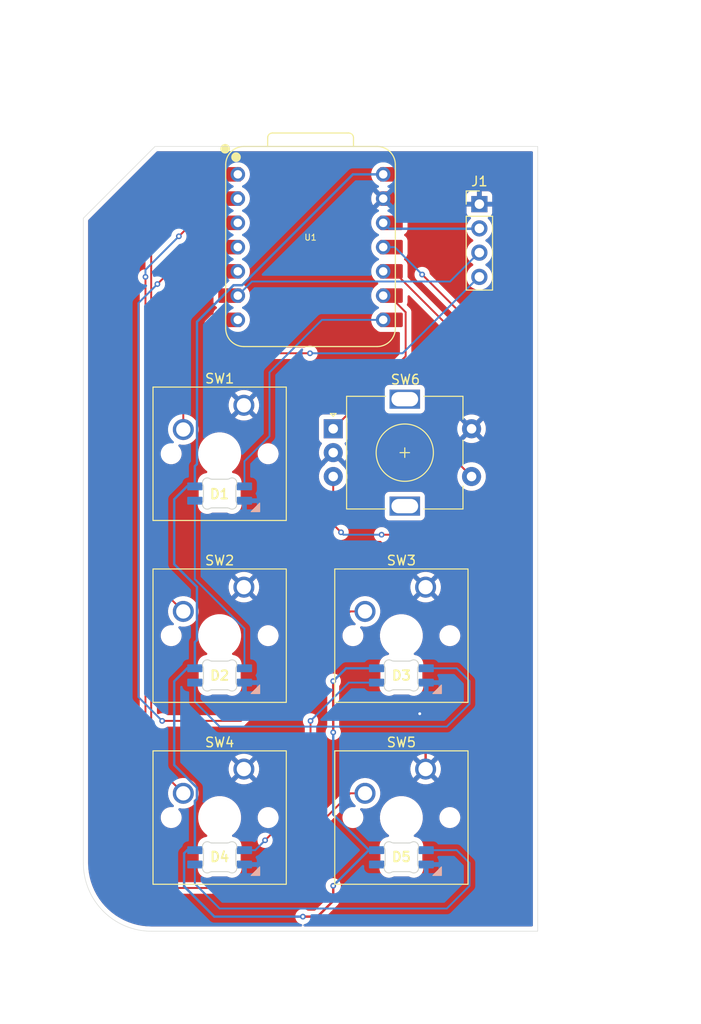
<source format=kicad_pcb>
(kicad_pcb (version 20241229) (generator "pcbnew") (generator_version "9.0")
  (layers (0 "F.Cu" signal) (2 "B.Cu" signal) (13 "F.Paste" user) (15 "B.Paste" user) (5 "F.SilkS" user "F.Silkscreen") (7 "B.SilkS" user "B.Silkscreen") (1 "F.Mask" user) (3 "B.Mask" user) (25 "Edge.Cuts" user))
  (net 0 "")
  (net 1 "GND")
  (net 2 "+5V")
  (net 3 "Net-(D1-DIN)")
  (net 4 "Net-(D1-DOUT)")
  (net 5 "Net-(D2-DOUT)")
  (net 6 "Net-(D3-DOUT)")
  (net 7 "Net-(D4-DOUT)")
  (net 9 "Net-(U1-GPIO26{slash}ADC0{slash}A0)")
  (net 10 "Net-(U1-GPIO27{slash}ADC1{slash}A1)")
  (net 11 "Net-(U1-GPIO28{slash}ADC2{slash}A2)")
  (net 12 "Net-(U1-GPIO6{slash}SDA)")
  (net 13 "Net-(U1-GPIO29{slash}ADC3{slash}A3)")
  (net 14 "Net-(U1-GPIO4{slash}MISO)")
  (net 15 "Net-(U1-GPIO2{slash}SCK)")
  (net 16 "Net-(U1-GPIO3{slash}MOSI)")
  (net 17 "SCL")
  (net 18 "SDA")
  (net 19 "+3V3")
  (footprint "led:SK6812MINI-E_fixed" (layer "F.Cu") (at 138.1125 147.1422)
    (property "Reference" "D4" (at 0.000002 -0.1422 0) (layer "F.SilkS") (effects (font (thickness 0.2) (bold yes))))
    (property "Value" "SK6812MINI-E")
    (fp_poly (pts (xy 4.200001 0.897158) (xy 3.300001 1.797158) (xy 4.200001 1.797158)) (stroke (width 0.1)) (fill yes) (layer "B.SilkS"))
    (fp_line (start -1.699998 0.6) (end -1.699998 -0.805684) (stroke (width 0.1)) (layer "Edge.Cuts"))
    (fp_line (start -0.794451 -1.602841) (end 0.794454 -1.602841) (stroke (width 0.1)) (layer "Edge.Cuts"))
    (fp_line (start 0.794453 1.397158) (end -0.794451 1.397158) (stroke (width 0.1)) (layer "Edge.Cuts"))
    (fp_line (start 1.7 -0.805684) (end 1.7 0.6) (stroke (width 0.1)) (layer "Edge.Cuts"))
    (fp_arc (start -1.749483 -1.022562) (mid -1.712526 -0.91691) (end -1.699998 -0.805684) (stroke (width 0.1)) (layer "Edge.Cuts"))
    (fp_arc (start -1.749483 -1.022562) (mid -1.63807 -1.606877) (end -1.04671 -1.671141) (stroke (width 0.1)) (layer "Edge.Cuts"))
    (fp_arc (start -1.699998 0.600001) (mid -1.712526 0.711226) (end -1.749483 0.816878) (stroke (width 0.1)) (layer "Edge.Cuts"))
    (fp_arc (start -1.04671 1.465455) (mid -1.638069 1.401192) (end -1.749483 0.816878) (stroke (width 0.1)) (layer "Edge.Cuts"))
    (fp_arc (start -1.046709 1.465457) (mid -0.925121 1.414535) (end -0.794451 1.397158) (stroke (width 0.1)) (layer "Edge.Cuts"))
    (fp_arc (start -0.794452 -1.602842) (mid -0.925122 -1.620219) (end -1.04671 -1.671141) (stroke (width 0.1)) (layer "Edge.Cuts"))
    (fp_arc (start 0.794453 1.397158) (mid 0.925124 1.414535) (end 1.046712 1.465457) (stroke (width 0.1)) (layer "Edge.Cuts"))
    (fp_arc (start 1.046712 -1.67114) (mid 0.925124 -1.620218) (end 0.794454 -1.602841) (stroke (width 0.1)) (layer "Edge.Cuts"))
    (fp_arc (start 1.046712 -1.67114) (mid 1.638072 -1.606876) (end 1.749485 -1.022562) (stroke (width 0.1)) (layer "Edge.Cuts"))
    (fp_arc (start 1.7 -0.805685) (mid 1.712528 -0.91691) (end 1.749485 -1.022562) (stroke (width 0.1)) (layer "Edge.Cuts"))
    (fp_arc (start 1.749485 0.816877) (mid 1.638073 1.401193) (end 1.046712 1.465457) (stroke (width 0.1)) (layer "Edge.Cuts"))
    (fp_arc (start 1.749485 0.816878) (mid 1.712528 0.711226) (end 1.7 0.6) (stroke (width 0.1)) (layer "Edge.Cuts"))
    (pad "1" smd roundrect (at -2.599999 -0.852842 270) (size 0.82 1.6) (layers "B.Cu" "B.Mask" "B.Paste") (roundrect_rratio 0.1) (net 2 "+5V"))
    (pad "2" smd roundrect (at -2.599999 0.647158 270) (size 0.82 1.6) (layers "B.Cu" "B.Mask" "B.Paste") (roundrect_rratio 0.1) (net 7 "Net-(D4-DOUT)"))
    (pad "3" smd roundrect (at 2.600001 0.647158 270) (size 0.82 1.6) (layers "B.Cu" "B.Mask" "B.Paste") (roundrect_rratio 0.1) (net 1 "GND"))
    (pad "4" smd roundrect (at 2.600001 -0.852842 270) (size 0.82 1.6) (layers "B.Cu" "B.Mask" "B.Paste") (roundrect_rratio 0.1) (net 6 "Net-(D3-DOUT)"))
  )
  (footprint "Button_Switch_Keyboard:SW_Cherry_MX_1.00u_PCB" (layer "F.Cu") (at 159.7025 137.795)
    (property "Reference" "SW5" (at -2.54 -2.794 0) (layer "F.SilkS"))
    (property "Value" "SW_Push")
    (fp_line (start -9.525 -1.905) (end 4.445 -1.905) (stroke (width 0.12)) (layer "F.SilkS"))
    (fp_line (start -9.525 12.065) (end -9.525 -1.905) (stroke (width 0.12)) (layer "F.SilkS"))
    (fp_line (start 4.445 -1.905) (end 4.445 12.065) (stroke (width 0.12)) (layer "F.SilkS"))
    (fp_line (start 4.445 12.065) (end -9.525 12.065) (stroke (width 0.12)) (layer "F.SilkS"))
    (pad "" np_thru_hole circle (at -7.62 5.08) (size 1.7 1.7) (drill 1.7) (layers "*.Cu" "*.Mask"))
    (pad "" np_thru_hole circle (at -2.54 5.08) (size 4 4) (drill 4) (layers "*.Cu" "*.Mask"))
    (pad "" np_thru_hole circle (at 2.54 5.08) (size 1.7 1.7) (drill 1.7) (layers "*.Cu" "*.Mask"))
    (pad "1" thru_hole circle (at 0 0) (size 2.2 2.2) (drill 1.5) (layers "*.Cu" "*.Mask") (net 1 "GND"))
    (pad "2" thru_hole circle (at -6.35 2.54) (size 2.2 2.2) (drill 1.5) (layers "*.Cu" "*.Mask") (net 10 "Net-(U1-GPIO27{slash}ADC1{slash}A1)"))
  )
  (footprint "Connector_PinHeader_2.54mm:PinHeader_1x04_P2.54mm_Vertical" (layer "F.Cu") (at 165.3375 78.63)
    (property "Reference" "J1" (at 0 -2.38 0) (layer "F.SilkS"))
    (property "Value" "Conn_01x04_Pin")
    (fp_line (start -1.38 -1.38) (end 0 -1.38) (stroke (width 0.12)) (layer "F.SilkS"))
    (fp_line (start -1.38 0) (end -1.38 -1.38) (stroke (width 0.12)) (layer "F.SilkS"))
    (fp_line (start -1.38 1.27) (end -1.38 9) (stroke (width 0.12)) (layer "F.SilkS"))
    (fp_line (start -1.38 1.27) (end 1.38 1.27) (stroke (width 0.12)) (layer "F.SilkS"))
    (fp_line (start -1.38 9) (end 1.38 9) (stroke (width 0.12)) (layer "F.SilkS"))
    (fp_line (start 1.38 1.27) (end 1.38 9) (stroke (width 0.12)) (layer "F.SilkS"))
    (pad "1" thru_hole rect (at 0 0) (size 1.7 1.7) (drill 1) (layers "*.Cu" "*.Mask") (net 1 "GND"))
    (pad "2" thru_hole circle (at 0 2.54) (size 1.7 1.7) (drill 1) (layers "*.Cu" "*.Mask") (net 19 "+3V3"))
    (pad "3" thru_hole circle (at 0 5.08) (size 1.7 1.7) (drill 1) (layers "*.Cu" "*.Mask") (net 17 "SCL"))
    (pad "4" thru_hole circle (at 0 7.62) (size 1.7 1.7) (drill 1) (layers "*.Cu" "*.Mask") (net 18 "SDA"))
  )
  (footprint "Button_Switch_Keyboard:SW_Cherry_MX_1.00u_PCB" (layer "F.Cu") (at 159.7025 118.745)
    (property "Reference" "SW3" (at -2.54 -2.794 0) (layer "F.SilkS"))
    (property "Value" "SW_Push")
    (fp_line (start -9.525 -1.905) (end 4.445 -1.905) (stroke (width 0.12)) (layer "F.SilkS"))
    (fp_line (start -9.525 12.065) (end -9.525 -1.905) (stroke (width 0.12)) (layer "F.SilkS"))
    (fp_line (start 4.445 -1.905) (end 4.445 12.065) (stroke (width 0.12)) (layer "F.SilkS"))
    (fp_line (start 4.445 12.065) (end -9.525 12.065) (stroke (width 0.12)) (layer "F.SilkS"))
    (pad "" np_thru_hole circle (at -7.62 5.08) (size 1.7 1.7) (drill 1.7) (layers "*.Cu" "*.Mask"))
    (pad "" np_thru_hole circle (at -2.54 5.08) (size 4 4) (drill 4) (layers "*.Cu" "*.Mask"))
    (pad "" np_thru_hole circle (at 2.54 5.08) (size 1.7 1.7) (drill 1.7) (layers "*.Cu" "*.Mask"))
    (pad "1" thru_hole circle (at 0 0) (size 2.2 2.2) (drill 1.5) (layers "*.Cu" "*.Mask") (net 1 "GND"))
    (pad "2" thru_hole circle (at -6.35 2.54) (size 2.2 2.2) (drill 1.5) (layers "*.Cu" "*.Mask") (net 11 "Net-(U1-GPIO28{slash}ADC2{slash}A2)"))
  )
  (footprint "led:SK6812MINI-E_fixed" (layer "F.Cu") (at 157.1625 147.1422)
    (property "Reference" "D5" (at 0.000002 -0.1422 0) (layer "F.SilkS") (effects (font (thickness 0.2) (bold yes))))
    (property "Value" "SK6812MINI-E")
    (fp_poly (pts (xy 4.200001 0.897158) (xy 3.300001 1.797158) (xy 4.200001 1.797158)) (stroke (width 0.1)) (fill yes) (layer "B.SilkS"))
    (fp_line (start -1.699998 0.6) (end -1.699998 -0.805684) (stroke (width 0.1)) (layer "Edge.Cuts"))
    (fp_line (start -0.794451 -1.602841) (end 0.794454 -1.602841) (stroke (width 0.1)) (layer "Edge.Cuts"))
    (fp_line (start 0.794453 1.397158) (end -0.794451 1.397158) (stroke (width 0.1)) (layer "Edge.Cuts"))
    (fp_line (start 1.7 -0.805684) (end 1.7 0.6) (stroke (width 0.1)) (layer "Edge.Cuts"))
    (fp_arc (start -1.749483 -1.022562) (mid -1.712526 -0.91691) (end -1.699998 -0.805684) (stroke (width 0.1)) (layer "Edge.Cuts"))
    (fp_arc (start -1.749483 -1.022562) (mid -1.63807 -1.606877) (end -1.04671 -1.671141) (stroke (width 0.1)) (layer "Edge.Cuts"))
    (fp_arc (start -1.699998 0.600001) (mid -1.712526 0.711226) (end -1.749483 0.816878) (stroke (width 0.1)) (layer "Edge.Cuts"))
    (fp_arc (start -1.04671 1.465455) (mid -1.638069 1.401192) (end -1.749483 0.816878) (stroke (width 0.1)) (layer "Edge.Cuts"))
    (fp_arc (start -1.046709 1.465457) (mid -0.925121 1.414535) (end -0.794451 1.397158) (stroke (width 0.1)) (layer "Edge.Cuts"))
    (fp_arc (start -0.794452 -1.602842) (mid -0.925122 -1.620219) (end -1.04671 -1.671141) (stroke (width 0.1)) (layer "Edge.Cuts"))
    (fp_arc (start 0.794453 1.397158) (mid 0.925124 1.414535) (end 1.046712 1.465457) (stroke (width 0.1)) (layer "Edge.Cuts"))
    (fp_arc (start 1.046712 -1.67114) (mid 0.925124 -1.620218) (end 0.794454 -1.602841) (stroke (width 0.1)) (layer "Edge.Cuts"))
    (fp_arc (start 1.046712 -1.67114) (mid 1.638072 -1.606876) (end 1.749485 -1.022562) (stroke (width 0.1)) (layer "Edge.Cuts"))
    (fp_arc (start 1.7 -0.805685) (mid 1.712528 -0.91691) (end 1.749485 -1.022562) (stroke (width 0.1)) (layer "Edge.Cuts"))
    (fp_arc (start 1.749485 0.816877) (mid 1.638073 1.401193) (end 1.046712 1.465457) (stroke (width 0.1)) (layer "Edge.Cuts"))
    (fp_arc (start 1.749485 0.816878) (mid 1.712528 0.711226) (end 1.7 0.6) (stroke (width 0.1)) (layer "Edge.Cuts"))
    (pad "1" smd roundrect (at -2.599999 -0.852842 270) (size 0.82 1.6) (layers "B.Cu" "B.Mask" "B.Paste") (roundrect_rratio 0.1) (net 2 "+5V"))
    (pad "2" smd roundrect (at -2.599999 0.647158 270) (size 0.82 1.6) (layers "B.Cu" "B.Mask" "B.Paste") (roundrect_rratio 0.1))
    (pad "3" smd roundrect (at 2.600001 0.647158 270) (size 0.82 1.6) (layers "B.Cu" "B.Mask" "B.Paste") (roundrect_rratio 0.1) (net 1 "GND"))
    (pad "4" smd roundrect (at 2.600001 -0.852842 270) (size 0.82 1.6) (layers "B.Cu" "B.Mask" "B.Paste") (roundrect_rratio 0.1) (net 7 "Net-(D4-DOUT)"))
  )
  (footprint "opl:XIAO-RP2040-DIP" (layer "F.Cu") (at 147.6375 83.13)
    (property "Reference" "U1" (at 0 -1.016 0) (layer "F.SilkS") (effects (font (size 0.635 0.635) (thickness 0.1016))))
    (property "Value" "XIAO-RP2040-DIP")
    (fp_line (start -8.89 8.509) (end -8.89 -8.636) (stroke (width 0.127)) (layer "F.SilkS"))
    (fp_line (start -6.985 10.414) (end 6.985 10.414) (stroke (width 0.127)) (layer "F.SilkS"))
    (fp_line (start -4.495 -10.541) (end -4.491272 -11.451272) (stroke (width 0.127)) (layer "F.SilkS"))
    (fp_line (start -3.991272 -11.951) (end 4.004 -11.951) (stroke (width 0.127)) (layer "F.SilkS"))
    (fp_line (start 4.504 -11.451) (end 4.504 -10.541) (stroke (width 0.127)) (layer "F.SilkS"))
    (fp_line (start 6.985 -10.541) (end -6.985 -10.541) (stroke (width 0.1)) (layer "F.SilkS"))
    (fp_line (start 6.985 -10.541) (end -6.985 -10.541) (stroke (width 0.127)) (layer "F.SilkS"))
    (fp_line (start 8.89 8.509) (end 8.89 -8.636) (stroke (width 0.127)) (layer "F.SilkS"))
    (fp_arc (start -8.89 -8.636) (mid -8.332038 -9.983038) (end -6.985 -10.541) (stroke (width 0.127)) (layer "F.SilkS"))
    (fp_arc (start -6.985 10.414) (mid -8.332038 9.856038) (end -8.89 8.509) (stroke (width 0.127)) (layer "F.SilkS"))
    (fp_arc (start -4.491272 -11.451272) (mid -4.344728 -11.80464) (end -3.991272 -11.951) (stroke (width 0.127)) (layer "F.SilkS"))
    (fp_arc (start 4.004 -11.951) (mid 4.357553 -11.804553) (end 4.504 -11.451) (stroke (width 0.127)) (layer "F.SilkS"))
    (fp_arc (start 6.985 -10.541) (mid 8.332038 -9.983038) (end 8.89 -8.636) (stroke (width 0.127)) (layer "F.SilkS"))
    (fp_arc (start 8.89 8.509) (mid 8.332038 9.856038) (end 6.985 10.414) (stroke (width 0.127)) (layer "F.SilkS"))
    (fp_circle (center -8.95 -10.3) (end -8.95 -10.554) (stroke (width 0.5)) (fill yes) (layer "F.SilkS"))
    (fp_circle (center -7.807 -9.42) (end -7.807 -9.674) (stroke (width 0.5)) (fill yes) (layer "F.SilkS"))
    (pad "1" smd roundrect (at -8.455 -7.62 180) (size 2.432 1.524) (layers "F.Cu" "F.Mask") (roundrect_rratio 0.1) (net 9 "Net-(U1-GPIO26{slash}ADC0{slash}A0)"))
    (pad "1" thru_hole circle (at -7.62 -7.62 180) (size 1.524 1.524) (drill 0.889) (layers "*.Cu" "*.Mask") (net 9 "Net-(U1-GPIO26{slash}ADC0{slash}A0)"))
    (pad "2" smd roundrect (at -8.455 -5.08 180) (size 2.432 1.524) (layers "F.Cu" "F.Mask") (roundrect_rratio 0.1) (net 10 "Net-(U1-GPIO27{slash}ADC1{slash}A1)"))
    (pad "2" thru_hole circle (at -7.62 -5.08 180) (size 1.524 1.524) (drill 0.889) (layers "*.Cu" "*.Mask") (net 10 "Net-(U1-GPIO27{slash}ADC1{slash}A1)"))
    (pad "3" smd roundrect (at -8.455 -2.54 180) (size 2.432 1.524) (layers "F.Cu" "F.Mask") (roundrect_rratio 0.1) (net 11 "Net-(U1-GPIO28{slash}ADC2{slash}A2)"))
    (pad "3" thru_hole circle (at -7.62 -2.54 180) (size 1.524 1.524) (drill 0.889) (layers "*.Cu" "*.Mask") (net 11 "Net-(U1-GPIO28{slash}ADC2{slash}A2)"))
    (pad "4" smd roundrect (at -8.455 0 180) (size 2.432 1.524) (layers "F.Cu" "F.Mask") (roundrect_rratio 0.1) (net 13 "Net-(U1-GPIO29{slash}ADC3{slash}A3)"))
    (pad "4" thru_hole circle (at -7.62 0 180) (size 1.524 1.524) (drill 0.889) (layers "*.Cu" "*.Mask") (net 13 "Net-(U1-GPIO29{slash}ADC3{slash}A3)"))
    (pad "5" smd roundrect (at -8.455 2.54 180) (size 2.432 1.524) (layers "F.Cu" "F.Mask") (roundrect_rratio 0.1) (net 12 "Net-(U1-GPIO6{slash}SDA)"))
    (pad "5" thru_hole circle (at -7.62 2.54 180) (size 1.524 1.524) (drill 0.889) (layers "*.Cu" "*.Mask") (net 12 "Net-(U1-GPIO6{slash}SDA)"))
    (pad "6" smd roundrect (at -8.455 5.08 180) (size 2.432 1.524) (layers "F.Cu" "F.Mask") (roundrect_rratio 0.1) (net 17 "SCL"))
    (pad "6" thru_hole circle (at -7.62 5.08 180) (size 1.524 1.524) (drill 0.889) (layers "*.Cu" "*.Mask") (net 17 "SCL"))
    (pad "7" smd roundrect (at -8.455 7.62 180) (size 2.432 1.524) (layers "F.Cu" "F.Mask") (roundrect_rratio 0.1) (net 18 "SDA"))
    (pad "7" thru_hole circle (at -7.62 7.62 180) (size 1.524 1.524) (drill 0.889) (layers "*.Cu" "*.Mask") (net 18 "SDA"))
    (pad "8" thru_hole circle (at 7.62 7.62) (size 1.524 1.524) (drill 0.889) (layers "*.Cu" "*.Mask") (net 3 "Net-(D1-DIN)"))
    (pad "8" smd roundrect (at 8.455 7.62) (size 2.432 1.524) (layers "F.Cu" "F.Mask") (roundrect_rratio 0.1) (net 3 "Net-(D1-DIN)"))
    (pad "9" thru_hole circle (at 7.62 5.08) (size 1.524 1.524) (drill 0.889) (layers "*.Cu" "*.Mask") (net 15 "Net-(U1-GPIO2{slash}SCK)"))
    (pad "9" smd roundrect (at 8.455 5.08) (size 2.432 1.524) (layers "F.Cu" "F.Mask") (roundrect_rratio 0.1) (net 15 "Net-(U1-GPIO2{slash}SCK)"))
    (pad "10" thru_hole circle (at 7.62 2.54) (size 1.524 1.524) (drill 0.889) (layers "*.Cu" "*.Mask") (net 14 "Net-(U1-GPIO4{slash}MISO)"))
    (pad "10" smd roundrect (at 8.455 2.54) (size 2.432 1.524) (layers "F.Cu" "F.Mask") (roundrect_rratio 0.1) (net 14 "Net-(U1-GPIO4{slash}MISO)"))
    (pad "11" thru_hole circle (at 7.62 0) (size 1.524 1.524) (drill 0.889) (layers "*.Cu" "*.Mask") (net 16 "Net-(U1-GPIO3{slash}MOSI)"))
    (pad "11" smd roundrect (at 8.455 0) (size 2.432 1.524) (layers "F.Cu" "F.Mask") (roundrect_rratio 0.1) (net 16 "Net-(U1-GPIO3{slash}MOSI)"))
    (pad "12" thru_hole circle (at 7.62 -2.54) (size 1.524 1.524) (drill 0.889) (layers "*.Cu" "*.Mask") (net 19 "+3V3"))
    (pad "12" smd roundrect (at 8.455 -2.54) (size 2.432 1.524) (layers "F.Cu" "F.Mask") (roundrect_rratio 0.1) (net 19 "+3V3"))
    (pad "13" thru_hole circle (at 7.62 -5.08) (size 1.524 1.524) (drill 0.889) (layers "*.Cu" "*.Mask") (net 1 "GND"))
    (pad "13" smd roundrect (at 8.455 -5.08) (size 2.432 1.524) (layers "F.Cu" "F.Mask") (roundrect_rratio 0.1) (net 1 "GND"))
    (pad "14" thru_hole circle (at 7.62 -7.62) (size 1.524 1.524) (drill 0.889) (layers "*.Cu" "*.Mask") (net 2 "+5V"))
    (pad "14" smd roundrect (at 8.455 -7.62) (size 2.432 1.524) (layers "F.Cu" "F.Mask") (roundrect_rratio 0.1) (net 2 "+5V"))
  )
  (footprint "Button_Switch_Keyboard:SW_Cherry_MX_1.00u_PCB" (layer "F.Cu") (at 140.6525 118.745)
    (property "Reference" "SW2" (at -2.54 -2.794 0) (layer "F.SilkS"))
    (property "Value" "SW_Push")
    (fp_line (start -9.525 -1.905) (end 4.445 -1.905) (stroke (width 0.12)) (layer "F.SilkS"))
    (fp_line (start -9.525 12.065) (end -9.525 -1.905) (stroke (width 0.12)) (layer "F.SilkS"))
    (fp_line (start 4.445 -1.905) (end 4.445 12.065) (stroke (width 0.12)) (layer "F.SilkS"))
    (fp_line (start 4.445 12.065) (end -9.525 12.065) (stroke (width 0.12)) (layer "F.SilkS"))
    (pad "" np_thru_hole circle (at -7.62 5.08) (size 1.7 1.7) (drill 1.7) (layers "*.Cu" "*.Mask"))
    (pad "" np_thru_hole circle (at -2.54 5.08) (size 4 4) (drill 4) (layers "*.Cu" "*.Mask"))
    (pad "" np_thru_hole circle (at 2.54 5.08) (size 1.7 1.7) (drill 1.7) (layers "*.Cu" "*.Mask"))
    (pad "1" thru_hole circle (at 0 0) (size 2.2 2.2) (drill 1.5) (layers "*.Cu" "*.Mask") (net 1 "GND"))
    (pad "2" thru_hole circle (at -6.35 2.54) (size 2.2 2.2) (drill 1.5) (layers "*.Cu" "*.Mask") (net 13 "Net-(U1-GPIO29{slash}ADC3{slash}A3)"))
  )
  (footprint "led:SK6812MINI-E_fixed" (layer "F.Cu") (at 138.1125 128.0922)
    (property "Reference" "D2" (at 0.000002 -0.0922 0) (layer "F.SilkS") (effects (font (thickness 0.2) (bold yes))))
    (property "Value" "SK6812MINI-E")
    (fp_poly (pts (xy 4.200001 0.897158) (xy 3.300001 1.797158) (xy 4.200001 1.797158)) (stroke (width 0.1)) (fill yes) (layer "B.SilkS"))
    (fp_line (start -1.699998 0.6) (end -1.699998 -0.805684) (stroke (width 0.1)) (layer "Edge.Cuts"))
    (fp_line (start -0.794451 -1.602841) (end 0.794454 -1.602841) (stroke (width 0.1)) (layer "Edge.Cuts"))
    (fp_line (start 0.794453 1.397158) (end -0.794451 1.397158) (stroke (width 0.1)) (layer "Edge.Cuts"))
    (fp_line (start 1.7 -0.805684) (end 1.7 0.6) (stroke (width 0.1)) (layer "Edge.Cuts"))
    (fp_arc (start -1.749483 -1.022562) (mid -1.712526 -0.91691) (end -1.699998 -0.805684) (stroke (width 0.1)) (layer "Edge.Cuts"))
    (fp_arc (start -1.749483 -1.022562) (mid -1.63807 -1.606877) (end -1.04671 -1.671141) (stroke (width 0.1)) (layer "Edge.Cuts"))
    (fp_arc (start -1.699998 0.600001) (mid -1.712526 0.711226) (end -1.749483 0.816878) (stroke (width 0.1)) (layer "Edge.Cuts"))
    (fp_arc (start -1.04671 1.465455) (mid -1.638069 1.401192) (end -1.749483 0.816878) (stroke (width 0.1)) (layer "Edge.Cuts"))
    (fp_arc (start -1.046709 1.465457) (mid -0.925121 1.414535) (end -0.794451 1.397158) (stroke (width 0.1)) (layer "Edge.Cuts"))
    (fp_arc (start -0.794452 -1.602842) (mid -0.925122 -1.620219) (end -1.04671 -1.671141) (stroke (width 0.1)) (layer "Edge.Cuts"))
    (fp_arc (start 0.794453 1.397158) (mid 0.925124 1.414535) (end 1.046712 1.465457) (stroke (width 0.1)) (layer "Edge.Cuts"))
    (fp_arc (start 1.046712 -1.67114) (mid 0.925124 -1.620218) (end 0.794454 -1.602841) (stroke (width 0.1)) (layer "Edge.Cuts"))
    (fp_arc (start 1.046712 -1.67114) (mid 1.638072 -1.606876) (end 1.749485 -1.022562) (stroke (width 0.1)) (layer "Edge.Cuts"))
    (fp_arc (start 1.7 -0.805685) (mid 1.712528 -0.91691) (end 1.749485 -1.022562) (stroke (width 0.1)) (layer "Edge.Cuts"))
    (fp_arc (start 1.749485 0.816877) (mid 1.638073 1.401193) (end 1.046712 1.465457) (stroke (width 0.1)) (layer "Edge.Cuts"))
    (fp_arc (start 1.749485 0.816878) (mid 1.712528 0.711226) (end 1.7 0.6) (stroke (width 0.1)) (layer "Edge.Cuts"))
    (pad "1" smd roundrect (at -2.599999 -0.852842 270) (size 0.82 1.6) (layers "B.Cu" "B.Mask" "B.Paste") (roundrect_rratio 0.1) (net 2 "+5V"))
    (pad "2" smd roundrect (at -2.599999 0.647158 270) (size 0.82 1.6) (layers "B.Cu" "B.Mask" "B.Paste") (roundrect_rratio 0.1) (net 5 "Net-(D2-DOUT)"))
    (pad "3" smd roundrect (at 2.600001 0.647158 270) (size 0.82 1.6) (layers "B.Cu" "B.Mask" "B.Paste") (roundrect_rratio 0.1) (net 1 "GND"))
    (pad "4" smd roundrect (at 2.600001 -0.852842 270) (size 0.82 1.6) (layers "B.Cu" "B.Mask" "B.Paste") (roundrect_rratio 0.1) (net 4 "Net-(D1-DOUT)"))
  )
  (footprint "led:SK6812MINI-E_fixed" (layer "F.Cu") (at 138.1125 109.0422)
    (property "Reference" "D1" (at -0.025 -0.0422 0) (layer "F.SilkS") (effects (font (thickness 0.2) (bold yes))))
    (property "Value" "SK6812MINI-E")
    (fp_poly (pts (xy 4.200001 0.897158) (xy 3.300001 1.797158) (xy 4.200001 1.797158)) (stroke (width 0.1)) (fill yes) (layer "B.SilkS"))
    (fp_line (start -1.699998 0.6) (end -1.699998 -0.805684) (stroke (width 0.1)) (layer "Edge.Cuts"))
    (fp_line (start -0.794451 -1.602841) (end 0.794454 -1.602841) (stroke (width 0.1)) (layer "Edge.Cuts"))
    (fp_line (start 0.794453 1.397158) (end -0.794451 1.397158) (stroke (width 0.1)) (layer "Edge.Cuts"))
    (fp_line (start 1.7 -0.805684) (end 1.7 0.6) (stroke (width 0.1)) (layer "Edge.Cuts"))
    (fp_arc (start -1.749483 -1.022562) (mid -1.712526 -0.91691) (end -1.699998 -0.805684) (stroke (width 0.1)) (layer "Edge.Cuts"))
    (fp_arc (start -1.749483 -1.022562) (mid -1.63807 -1.606877) (end -1.04671 -1.671141) (stroke (width 0.1)) (layer "Edge.Cuts"))
    (fp_arc (start -1.699998 0.600001) (mid -1.712526 0.711226) (end -1.749483 0.816878) (stroke (width 0.1)) (layer "Edge.Cuts"))
    (fp_arc (start -1.04671 1.465455) (mid -1.638069 1.401192) (end -1.749483 0.816878) (stroke (width 0.1)) (layer "Edge.Cuts"))
    (fp_arc (start -1.046709 1.465457) (mid -0.925121 1.414535) (end -0.794451 1.397158) (stroke (width 0.1)) (layer "Edge.Cuts"))
    (fp_arc (start -0.794452 -1.602842) (mid -0.925122 -1.620219) (end -1.04671 -1.671141) (stroke (width 0.1)) (layer "Edge.Cuts"))
    (fp_arc (start 0.794453 1.397158) (mid 0.925124 1.414535) (end 1.046712 1.465457) (stroke (width 0.1)) (layer "Edge.Cuts"))
    (fp_arc (start 1.046712 -1.67114) (mid 0.925124 -1.620218) (end 0.794454 -1.602841) (stroke (width 0.1)) (layer "Edge.Cuts"))
    (fp_arc (start 1.046712 -1.67114) (mid 1.638072 -1.606876) (end 1.749485 -1.022562) (stroke (width 0.1)) (layer "Edge.Cuts"))
    (fp_arc (start 1.7 -0.805685) (mid 1.712528 -0.91691) (end 1.749485 -1.022562) (stroke (width 0.1)) (layer "Edge.Cuts"))
    (fp_arc (start 1.749485 0.816877) (mid 1.638073 1.401193) (end 1.046712 1.465457) (stroke (width 0.1)) (layer "Edge.Cuts"))
    (fp_arc (start 1.749485 0.816878) (mid 1.712528 0.711226) (end 1.7 0.6) (stroke (width 0.1)) (layer "Edge.Cuts"))
    (pad "1" smd roundrect (at -2.599999 -0.852842 270) (size 0.82 1.6) (layers "B.Cu" "B.Mask" "B.Paste") (roundrect_rratio 0.1) (net 2 "+5V"))
    (pad "2" smd roundrect (at -2.599999 0.647158 270) (size 0.82 1.6) (layers "B.Cu" "B.Mask" "B.Paste") (roundrect_rratio 0.1) (net 4 "Net-(D1-DOUT)"))
    (pad "3" smd roundrect (at 2.600001 0.647158 270) (size 0.82 1.6) (layers "B.Cu" "B.Mask" "B.Paste") (roundrect_rratio 0.1) (net 1 "GND"))
    (pad "4" smd roundrect (at 2.600001 -0.852842 270) (size 0.82 1.6) (layers "B.Cu" "B.Mask" "B.Paste") (roundrect_rratio 0.1) (net 3 "Net-(D1-DIN)"))
  )
  (footprint "led:SK6812MINI-E_fixed" (layer "F.Cu") (at 157.1625 128.0922)
    (property "Reference" "D3" (at 0.000002 -0.0922 0) (layer "F.SilkS") (effects (font (thickness 0.2) (bold yes))))
    (property "Value" "SK6812MINI-E")
    (fp_poly (pts (xy 4.200001 0.897158) (xy 3.300001 1.797158) (xy 4.200001 1.797158)) (stroke (width 0.1)) (fill yes) (layer "B.SilkS"))
    (fp_line (start -1.699998 0.6) (end -1.699998 -0.805684) (stroke (width 0.1)) (layer "Edge.Cuts"))
    (fp_line (start -0.794451 -1.602841) (end 0.794454 -1.602841) (stroke (width 0.1)) (layer "Edge.Cuts"))
    (fp_line (start 0.794453 1.397158) (end -0.794451 1.397158) (stroke (width 0.1)) (layer "Edge.Cuts"))
    (fp_line (start 1.7 -0.805684) (end 1.7 0.6) (stroke (width 0.1)) (layer "Edge.Cuts"))
    (fp_arc (start -1.749483 -1.022562) (mid -1.712526 -0.91691) (end -1.699998 -0.805684) (stroke (width 0.1)) (layer "Edge.Cuts"))
    (fp_arc (start -1.749483 -1.022562) (mid -1.63807 -1.606877) (end -1.04671 -1.671141) (stroke (width 0.1)) (layer "Edge.Cuts"))
    (fp_arc (start -1.699998 0.600001) (mid -1.712526 0.711226) (end -1.749483 0.816878) (stroke (width 0.1)) (layer "Edge.Cuts"))
    (fp_arc (start -1.04671 1.465455) (mid -1.638069 1.401192) (end -1.749483 0.816878) (stroke (width 0.1)) (layer "Edge.Cuts"))
    (fp_arc (start -1.046709 1.465457) (mid -0.925121 1.414535) (end -0.794451 1.397158) (stroke (width 0.1)) (layer "Edge.Cuts"))
    (fp_arc (start -0.794452 -1.602842) (mid -0.925122 -1.620219) (end -1.04671 -1.671141) (stroke (width 0.1)) (layer "Edge.Cuts"))
    (fp_arc (start 0.794453 1.397158) (mid 0.925124 1.414535) (end 1.046712 1.465457) (stroke (width 0.1)) (layer "Edge.Cuts"))
    (fp_arc (start 1.046712 -1.67114) (mid 0.925124 -1.620218) (end 0.794454 -1.602841) (stroke (width 0.1)) (layer "Edge.Cuts"))
    (fp_arc (start 1.046712 -1.67114) (mid 1.638072 -1.606876) (end 1.749485 -1.022562) (stroke (width 0.1)) (layer "Edge.Cuts"))
    (fp_arc (start 1.7 -0.805685) (mid 1.712528 -0.91691) (end 1.749485 -1.022562) (stroke (width 0.1)) (layer "Edge.Cuts"))
    (fp_arc (start 1.749485 0.816877) (mid 1.638073 1.401193) (end 1.046712 1.465457) (stroke (width 0.1)) (layer "Edge.Cuts"))
    (fp_arc (start 1.749485 0.816878) (mid 1.712528 0.711226) (end 1.7 0.6) (stroke (width 0.1)) (layer "Edge.Cuts"))
    (pad "1" smd roundrect (at -2.599999 -0.852842 270) (size 0.82 1.6) (layers "B.Cu" "B.Mask" "B.Paste") (roundrect_rratio 0.1) (net 2 "+5V"))
    (pad "2" smd roundrect (at -2.599999 0.647158 270) (size 0.82 1.6) (layers "B.Cu" "B.Mask" "B.Paste") (roundrect_rratio 0.1) (net 6 "Net-(D3-DOUT)"))
    (pad "3" smd roundrect (at 2.600001 0.647158 270) (size 0.82 1.6) (layers "B.Cu" "B.Mask" "B.Paste") (roundrect_rratio 0.1) (net 1 "GND"))
    (pad "4" smd roundrect (at 2.600001 -0.852842 270) (size 0.82 1.6) (layers "B.Cu" "B.Mask" "B.Paste") (roundrect_rratio 0.1) (net 5 "Net-(D2-DOUT)"))
  )
  (footprint "Button_Switch_Keyboard:SW_Cherry_MX_1.00u_PCB" (layer "F.Cu") (at 140.6525 137.795)
    (property "Reference" "SW4" (at -2.54 -2.794 0) (layer "F.SilkS"))
    (property "Value" "SW_Push")
    (fp_line (start -9.525 -1.905) (end 4.445 -1.905) (stroke (width 0.12)) (layer "F.SilkS"))
    (fp_line (start -9.525 12.065) (end -9.525 -1.905) (stroke (width 0.12)) (layer "F.SilkS"))
    (fp_line (start 4.445 -1.905) (end 4.445 12.065) (stroke (width 0.12)) (layer "F.SilkS"))
    (fp_line (start 4.445 12.065) (end -9.525 12.065) (stroke (width 0.12)) (layer "F.SilkS"))
    (pad "" np_thru_hole circle (at -7.62 5.08) (size 1.7 1.7) (drill 1.7) (layers "*.Cu" "*.Mask"))
    (pad "" np_thru_hole circle (at -2.54 5.08) (size 4 4) (drill 4) (layers "*.Cu" "*.Mask"))
    (pad "" np_thru_hole circle (at 2.54 5.08) (size 1.7 1.7) (drill 1.7) (layers "*.Cu" "*.Mask"))
    (pad "1" thru_hole circle (at 0 0) (size 2.2 2.2) (drill 1.5) (layers "*.Cu" "*.Mask") (net 1 "GND"))
    (pad "2" thru_hole circle (at -6.35 2.54) (size 2.2 2.2) (drill 1.5) (layers "*.Cu" "*.Mask") (net 9 "Net-(U1-GPIO26{slash}ADC0{slash}A0)"))
  )
  (footprint "Rotary_Encoder:RotaryEncoder_Alps_EC11E-Switch_Vertical_H20mm" (layer "F.Cu") (at 150.01875 102.15625)
    (property "Reference" "SW6" (at 7.56875 -5.15625 0) (layer "F.SilkS"))
    (property "Value" "RotaryEncoder_Switch")
    (fp_line (start -0.3 -1.6) (end 0.3 -1.6) (stroke (width 0.12)) (layer "F.SilkS"))
    (fp_line (start 0 -1.3) (end -0.3 -1.6) (stroke (width 0.12)) (layer "F.SilkS"))
    (fp_line (start 0.3 -1.6) (end 0 -1.3) (stroke (width 0.12)) (layer "F.SilkS"))
    (fp_line (start 1.4 -3.4) (end 1.4 8.4) (stroke (width 0.12)) (layer "F.SilkS"))
    (fp_line (start 5.5 -3.4) (end 1.4 -3.4) (stroke (width 0.12)) (layer "F.SilkS"))
    (fp_line (start 5.5 8.4) (end 1.4 8.4) (stroke (width 0.12)) (layer "F.SilkS"))
    (fp_line (start 7 2.5) (end 8 2.5) (stroke (width 0.12)) (layer "F.SilkS"))
    (fp_line (start 7.5 2) (end 7.5 3) (stroke (width 0.12)) (layer "F.SilkS"))
    (fp_line (start 9.5 -3.4) (end 13.6 -3.4) (stroke (width 0.12)) (layer "F.SilkS"))
    (fp_line (start 13.6 -3.4) (end 13.6 -1) (stroke (width 0.12)) (layer "F.SilkS"))
    (fp_line (start 13.6 1.2) (end 13.6 3.8) (stroke (width 0.12)) (layer "F.SilkS"))
    (fp_line (start 13.6 6) (end 13.6 8.4) (stroke (width 0.12)) (layer "F.SilkS"))
    (fp_line (start 13.6 8.4) (end 9.5 8.4) (stroke (width 0.12)) (layer "F.SilkS"))
    (fp_circle (center 7.5 2.5) (end 10.5 2.5) (stroke (width 0.12)) (fill no) (layer "F.SilkS"))
    (pad "A" thru_hole rect (at 0 0) (size 2 2) (drill 1) (layers "*.Cu" "*.Mask") (net 15 "Net-(U1-GPIO2{slash}SCK)"))
    (pad "B" thru_hole circle (at 0 5) (size 2 2) (drill 1) (layers "*.Cu" "*.Mask") (net 16 "Net-(U1-GPIO3{slash}MOSI)"))
    (pad "C" thru_hole circle (at 0 2.5) (size 2 2) (drill 1) (layers "*.Cu" "*.Mask") (net 1 "GND"))
    (pad "MP" thru_hole rect (at 7.5 -3.1) (size 3.2 2) (drill oval 2.8 1.5) (layers "*.Cu" "*.Mask"))
    (pad "MP" thru_hole rect (at 7.5 8.1) (size 3.2 2) (drill oval 2.8 1.5) (layers "*.Cu" "*.Mask"))
    (pad "S1" thru_hole circle (at 14.5 5) (size 2 2) (drill 1) (layers "*.Cu" "*.Mask") (net 14 "Net-(U1-GPIO4{slash}MISO)"))
    (pad "S2" thru_hole circle (at 14.5 0) (size 2 2) (drill 1) (layers "*.Cu" "*.Mask") (net 1 "GND"))
  )
  (footprint "Button_Switch_Keyboard:SW_Cherry_MX_1.00u_PCB" (layer "F.Cu") (at 140.6525 99.695)
    (property "Reference" "SW1" (at -2.54 -2.794 0) (layer "F.SilkS"))
    (property "Value" "SW_Push")
    (fp_line (start -9.525 -1.905) (end 4.445 -1.905) (stroke (width 0.12)) (layer "F.SilkS"))
    (fp_line (start -9.525 12.065) (end -9.525 -1.905) (stroke (width 0.12)) (layer "F.SilkS"))
    (fp_line (start 4.445 -1.905) (end 4.445 12.065) (stroke (width 0.12)) (layer "F.SilkS"))
    (fp_line (start 4.445 12.065) (end -9.525 12.065) (stroke (width 0.12)) (layer "F.SilkS"))
    (pad "" np_thru_hole circle (at -7.62 5.08) (size 1.7 1.7) (drill 1.7) (layers "*.Cu" "*.Mask"))
    (pad "" np_thru_hole circle (at -2.54 5.08) (size 4 4) (drill 4) (layers "*.Cu" "*.Mask"))
    (pad "" np_thru_hole circle (at 2.54 5.08) (size 1.7 1.7) (drill 1.7) (layers "*.Cu" "*.Mask"))
    (pad "1" thru_hole circle (at 0 0) (size 2.2 2.2) (drill 1.5) (layers "*.Cu" "*.Mask") (net 1 "GND"))
    (pad "2" thru_hole circle (at -6.35 2.54) (size 2.2 2.2) (drill 1.5) (layers "*.Cu" "*.Mask") (net 12 "Net-(U1-GPIO6{slash}SDA)"))
  )
  (gr_arc (start 130.96875 154.78125) (mid 125.917356 152.688894) (end 123.825 147.6375) (stroke (width 0.05)) (layer "Edge.Cuts"))
  (gr_line (start 131.3375 72.589) (end 171.45 72.589) (stroke (width 0.05)) (layer "Edge.Cuts"))
  (gr_line (start 123.825 147.6375) (end 123.825 80.1015) (stroke (width 0.05)) (layer "Edge.Cuts"))
  (gr_line (start 131.3375 72.589) (end 123.825 80.1015) (stroke (width 0.05)) (layer "Edge.Cuts"))
  (gr_line (start 130.96875 154.78125) (end 171.45 154.78125) (stroke (width 0.05)) (layer "Edge.Cuts"))
  (gr_line (start 171.45 72.589) (end 171.45 154.78125) (stroke (width 0.05)) (layer "Edge.Cuts"))
  (gr_text "Mulli-pad By Alvin Nguyen" (at 127.5875 147.1422 90) (layer "F.Cu") (effects (font (size 1.5 1.5) (thickness 0.3) (bold yes)) (justify left bottom)))
  (segment (start 159.7025 137.795) (end 159.7025 132.615) (width 0.25) (layer "F.Cu") (net 1))
  (segment (start 154.9575 114) (end 159.7025 118.745) (width 0.2) (layer "F.Cu") (net 1))
  (segment (start 152.8375 112.75) (end 154.0875 114) (width 0.2) (layer "F.Cu") (net 1))
  (segment (start 154.0875 114) (end 154.9575 114) (width 0.2) (layer "F.Cu") (net 1))
  (segment (start 152.8375 107.475) (end 152.8375 112.75) (width 0.2) (layer "F.Cu") (net 1))
  (segment (start 150.01875 104.65625) (end 152.8375 107.475) (width 0.2) (layer "F.Cu") (net 1))
  (segment (start 159.7025 132.615) (end 159.0875 132) (width 0.25) (layer "F.Cu") (net 1))
  (via (at 159.0875 132) (size 0.6) (drill 0.3) (layers "F.Cu" "B.Cu") (net 1))
  (segment (start 159.0875 132) (end 159.762501 131.324999) (width 0.25) (layer "B.Cu") (net 1))
  (segment (start 159.762501 131.324999) (end 159.762501 128.739358) (width 0.25) (layer "B.Cu") (net 1))
  (segment (start 150.01875 151.6) (end 150.01875 150.01875) (width 0.25) (layer "F.Cu") (net 2))
  (segment (start 146.8375 153.25) (end 148.36875 153.25) (width 0.25) (layer "F.Cu") (net 2))
  (segment (start 148.36875 153.25) (end 150.01875 151.6) (width 0.25) (layer "F.Cu") (net 2))
  (segment (start 150.01875 133.95) (end 150.01875 128.5875) (width 0.25) (layer "F.Cu") (net 2))
  (via (at 146.8375 153.25) (size 0.6) (drill 0.3) (layers "F.Cu" "B.Cu") (net 2))
  (via (at 150.01875 150.01875) (size 0.6) (drill 0.3) (layers "F.Cu" "B.Cu") (net 2))
  (via (at 150.01875 133.95) (size 0.6) (drill 0.3) (layers "F.Cu" "B.Cu") (net 2))
  (via (at 150.01875 128.5875) (size 0.6) (drill 0.3) (layers "F.Cu" "B.Cu") (net 2))
  (segment (start 135.512501 127.239358) (end 134.712501 127.239358) (width 0.25) (layer "B.Cu") (net 2))
  (segment (start 153.748142 146.289358) (end 154.562501 146.289358) (width 0.25) (layer "B.Cu") (net 2))
  (segment (start 135.7285 140.925669) (end 135.512501 141.141668) (width 0.25) (layer "B.Cu") (net 2))
  (segment (start 137.55525 153.25) (end 146.8375 153.25) (width 0.25) (layer "B.Cu") (net 2))
  (segment (start 135.512501 141.141668) (end 135.512501 146.289358) (width 0.25) (layer "B.Cu") (net 2))
  (segment (start 150.01875 128.5875) (end 151.366892 127.239358) (width 0.25) (layer "B.Cu") (net 2))
  (segment (start 134.712501 146.289358) (end 134.386501 146.615358) (width 0.25) (layer "B.Cu") (net 2))
  (segment (start 134.698142 108.189358) (end 135.512501 108.189358) (width 0.25) (layer "B.Cu") (net 2))
  (segment (start 133.35 116.340138) (end 133.35 109.5375) (width 0.25) (layer "B.Cu") (net 2))
  (segment (start 140.468165 87.122) (end 139.566835 87.122) (width 0.25) (layer "B.Cu") (net 2))
  (segment (start 151.366892 127.239358) (end 154.562501 127.239358) (width 0.25) (layer "B.Cu") (net 2))
  (segment (start 135.7285 139.744331) (end 135.7285 140.925669) (width 0.25) (layer "B.Cu") (net 2))
  (segment (start 150.01875 150.01875) (end 153.748142 146.289358) (width 0.25) (layer "B.Cu") (net 2))
  (segment (start 152.080165 75.51) (end 140.468165 87.122) (width 0.25) (layer "B.Cu") (net 2))
  (segment (start 134.386501 150.081251) (end 137.55525 153.25) (width 0.25) (layer "B.Cu") (net 2))
  (segment (start 135.7365 105.851) (end 135.512501 106.074999) (width 0.25) (layer "B.Cu") (net 2))
  (segment (start 133.35 137.365831) (end 135.7285 139.744331) (width 0.25) (layer "B.Cu") (net 2))
  (segment (start 135.73125 124.292921) (end 135.73125 118.721388) (width 0.25) (layer "B.Cu") (net 2))
  (segment (start 133.35 109.5375) (end 134.698142 108.189358) (width 0.25) (layer "B.Cu") (net 2))
  (segment (start 135.512501 146.289358) (end 134.712501 146.289358) (width 0.25) (layer "B.Cu") (net 2))
  (segment (start 133.35 128.601859) (end 133.35 137.365831) (width 0.25) (layer "B.Cu") (net 2))
  (segment (start 155.2575 75.51) (end 152.080165 75.51) (width 0.25) (layer "B.Cu") (net 2))
  (segment (start 139.566835 87.122) (end 135.7365 90.952335) (width 0.25) (layer "B.Cu") (net 2))
  (segment (start 135.7365 90.952335) (end 135.7365 105.851) (width 0.25) (layer "B.Cu") (net 2))
  (segment (start 150.01875 142.545607) (end 150.01875 133.95) (width 0.25) (layer "B.Cu") (net 2))
  (segment (start 153.762501 146.289358) (end 150.01875 142.545607) (width 0.25) (layer "B.Cu") (net 2))
  (segment (start 135.512501 124.51167) (end 135.73125 124.292921) (width 0.25) (layer "B.Cu") (net 2))
  (segment (start 135.512501 106.074999) (end 135.512501 108.189358) (width 0.25) (layer "B.Cu") (net 2))
  (segment (start 134.712501 127.239358) (end 133.35 128.601859) (width 0.25) (layer "B.Cu") (net 2))
  (segment (start 134.386501 146.615358) (end 134.386501 150.081251) (width 0.25) (layer "B.Cu") (net 2))
  (segment (start 135.73125 118.721388) (end 133.35 116.340138) (width 0.25) (layer "B.Cu") (net 2))
  (segment (start 135.512501 127.239358) (end 135.512501 124.51167) (width 0.25) (layer "B.Cu") (net 2))
  (segment (start 154.562501 146.289358) (end 153.762501 146.289358) (width 0.25) (layer "B.Cu") (net 2))
  (segment (start 143.3375 102.93153) (end 140.712501 105.556529) (width 0.2) (layer "B.Cu") (net 3))
  (segment (start 148.8375 90.75) (end 143.3375 96.25) (width 0.2) (layer "B.Cu") (net 3))
  (segment (start 155.2575 90.75) (end 148.8375 90.75) (width 0.2) (layer "B.Cu") (net 3))
  (segment (start 143.3375 96.25) (end 143.3375 102.93153) (width 0.2) (layer "B.Cu") (net 3))
  (segment (start 140.712501 105.556529) (end 140.712501 108.189358) (width 0.2) (layer "B.Cu") (net 3))
  (segment (start 135.512501 109.689358) (end 135.512501 117.900185) (width 0.2) (layer "B.Cu") (net 4))
  (segment (start 135.512501 117.900185) (end 140.712501 123.100185) (width 0.2) (layer "B.Cu") (net 4))
  (segment (start 140.712501 123.100185) (end 140.712501 127.239358) (width 0.2) (layer "B.Cu") (net 4))
  (segment (start 162.958108 127.239358) (end 159.762501 127.239358) (width 0.2) (layer "B.Cu") (net 5))
  (segment (start 138.1125 133.35) (end 161.925 133.35) (width 0.2) (layer "B.Cu") (net 5))
  (segment (start 164.30625 128.5875) (end 162.958108 127.239358) (width 0.2) (layer "B.Cu") (net 5))
  (segment (start 161.925 133.35) (end 164.30625 130.96875) (width 0.2) (layer "B.Cu") (net 5))
  (segment (start 135.512501 130.750001) (end 138.1125 133.35) (width 0.2) (layer "B.Cu") (net 5))
  (segment (start 135.512501 128.739358) (end 135.512501 130.750001) (width 0.2) (layer "B.Cu") (net 5))
  (segment (start 164.30625 130.96875) (end 164.30625 128.5875) (width 0.2) (layer "B.Cu") (net 5))
  (segment (start 147.6375 140.49375) (end 142.875 145.25625) (width 0.2) (layer "F.Cu") (net 6))
  (segment (start 147.6375 132.75) (end 147.6375 140.49375) (width 0.2) (layer "F.Cu") (net 6))
  (via (at 147.6375 132.75) (size 0.6) (drill 0.3) (layers "F.Cu" "B.Cu") (net 6))
  (via (at 142.875 145.25625) (size 0.6) (drill 0.3) (layers "F.Cu" "B.Cu") (net 6))
  (segment (start 142.875 145.25625) (end 141.841892 146.289358) (width 0.2) (layer "B.Cu") (net 6))
  (segment (start 141.841892 146.289358) (end 140.712501 146.289358) (width 0.2) (layer "B.Cu") (net 6))
  (segment (start 154.562501 128.739358) (end 151.648142 128.739358) (width 0.2) (layer "B.Cu") (net 6))
  (segment (start 151.648142 128.739358) (end 147.6375 132.75) (width 0.2) (layer "B.Cu") (net 6))
  (segment (start 164.30625 147.6375) (end 162.958108 146.289358) (width 0.2) (layer "B.Cu") (net 7))
  (segment (start 164.30625 150.01875) (end 164.30625 147.6375) (width 0.2) (layer "B.Cu") (net 7))
  (segment (start 162.958108 146.289358) (end 159.762501 146.289358) (width 0.2) (layer "B.Cu") (net 7))
  (segment (start 161.925 152.4) (end 164.30625 150.01875) (width 0.2) (layer "B.Cu") (net 7))
  (segment (start 135.512501 149.800001) (end 138.1125 152.4) (width 0.2) (layer "B.Cu") (net 7))
  (segment (start 135.512501 147.789358) (end 135.512501 149.800001) (width 0.2) (layer "B.Cu") (net 7))
  (segment (start 138.1125 152.4) (end 161.925 152.4) (width 0.2) (layer "B.Cu") (net 7))
  (segment (start 134.3025 140.335) (end 130.9365 136.969) (width 0.2) (layer "F.Cu") (net 9))
  (segment (start 130.9365 83.51337) (end 138.93987 75.51) (width 0.2) (layer "F.Cu") (net 9))
  (segment (start 138.93987 75.51) (end 140.0175 75.51) (width 0.2) (layer "F.Cu") (net 9))
  (segment (start 130.9365 136.969) (end 130.9365 83.51337) (width 0.2) (layer "F.Cu") (net 9))
  (segment (start 132.0875 150.25) (end 130.5355 148.698) (width 0.2) (layer "F.Cu") (net 10))
  (segment (start 153.3525 140.335) (end 151.796866 140.335) (width 0.2) (layer "F.Cu") (net 10))
  (segment (start 130.3365 136.051) (end 130.3365 86.25) (width 0.2) (layer "F.Cu") (net 10))
  (segment (start 141.881866 150.25) (end 132.0875 150.25) (width 0.2) (layer "F.Cu") (net 10))
  (segment (start 137.7875 78.05) (end 140.0175 78.05) (width 0.2) (layer "F.Cu") (net 10))
  (segment (start 130.5355 148.698) (end 130.5355 136.25) (width 0.2) (layer "F.Cu") (net 10))
  (segment (start 133.8375 82) (end 137.7875 78.05) (width 0.2) (layer "F.Cu") (net 10))
  (segment (start 130.5355 136.25) (end 130.3365 136.051) (width 0.2) (layer "F.Cu") (net 10))
  (segment (start 151.796866 140.335) (end 141.881866 150.25) (width 0.2) (layer "F.Cu") (net 10))
  (via (at 133.8375 82) (size 0.6) (drill 0.3) (layers "F.Cu" "B.Cu") (net 10))
  (via (at 130.3365 86.25) (size 0.6) (drill 0.3) (layers "F.Cu" "B.Cu") (net 10))
  (segment (start 130.3365 85.501) (end 133.8375 82) (width 0.2) (layer "B.Cu") (net 10))
  (segment (start 130.3365 86.25) (end 130.3365 85.501) (width 0.2) (layer "B.Cu") (net 10))
  (segment (start 137.9975 80.59) (end 131.5875 87) (width 0.2) (layer "F.Cu") (net 11))
  (segment (start 140.0175 80.59) (end 137.9975 80.59) (width 0.2) (layer "F.Cu") (net 11))
  (segment (start 151.796866 121.285) (end 153.3525 121.285) (width 0.2) (layer "F.Cu") (net 11))
  (segment (start 132.0875 132.75) (end 140.331866 132.75) (width 0.2) (layer "F.Cu") (net 11))
  (segment (start 140.331866 132.75) (end 151.796866 121.285) (width 0.2) (layer "F.Cu") (net 11))
  (via (at 132.0875 132.75) (size 0.6) (drill 0.3) (layers "F.Cu" "B.Cu") (net 11))
  (via (at 131.5875 87) (size 0.6) (drill 0.3) (layers "F.Cu" "B.Cu") (net 11))
  (segment (start 129.5875 130.25) (end 132.0875 132.75) (width 0.2) (layer "B.Cu") (net 11))
  (segment (start 129.5875 89) (end 129.5875 130.25) (width 0.2) (layer "B.Cu") (net 11))
  (segment (start 131.5875 87) (end 129.5875 89) (width 0.2) (layer "B.Cu") (net 11))
  (segment (start 134.3025 90.30737) (end 138.93987 85.67) (width 0.2) (layer "F.Cu") (net 12))
  (segment (start 138.93987 85.67) (end 140.0175 85.67) (width 0.2) (layer "F.Cu") (net 12))
  (segment (start 134.3025 102.235) (end 134.3025 90.30737) (width 0.2) (layer "F.Cu") (net 12))
  (segment (start 131.3375 118.32) (end 131.3375 91.196374) (width 0.2) (layer "F.Cu") (net 13))
  (segment (start 139.403874 83.13) (end 140.0175 83.13) (width 0.2) (layer "F.Cu") (net 13))
  (segment (start 134.3025 121.285) (end 131.3375 118.32) (width 0.2) (layer "F.Cu") (net 13))
  (segment (start 131.3375 91.196374) (end 139.403874 83.13) (width 0.2) (layer "F.Cu") (net 13))
  (segment (start 162.3375 104.975) (end 164.51875 107.15625) (width 0.2) (layer "F.Cu") (net 14))
  (segment (start 162.3375 91.67237) (end 162.3375 104.975) (width 0.2) (layer "F.Cu") (net 14))
  (segment (start 155.2575 85.67) (end 156.33513 85.67) (width 0.2) (layer "F.Cu") (net 14))
  (segment (start 156.33513 85.67) (end 162.3375 91.67237) (width 0.2) (layer "F.Cu") (net 14))
  (segment (start 155.871126 88.21) (end 157.6095 89.948374) (width 0.2) (layer "F.Cu") (net 15))
  (segment (start 155.2575 88.21) (end 155.871126 88.21) (width 0.2) (layer "F.Cu") (net 15))
  (segment (start 157.6095 94.5655) (end 150.01875 102.15625) (width 0.2) (layer "F.Cu") (net 15))
  (segment (start 157.6095 89.948374) (end 157.6095 94.5655) (width 0.2) (layer "F.Cu") (net 15))
  (segment (start 167.5875 94.25) (end 167.5875 109.5) (width 0.2) (layer "F.Cu") (net 16))
  (segment (start 150.01875 112.18125) (end 150.01875 107.15625) (width 0.2) (layer "F.Cu") (net 16))
  (segment (start 163.8375 113.25) (end 155.0875 113.25) (width 0.2) (layer "F.Cu") (net 16))
  (segment (start 150.8375 113) (end 150.01875 112.18125) (width 0.2) (layer "F.Cu") (net 16))
  (segment (start 167.5875 109.5) (end 163.8375 113.25) (width 0.2) (layer "F.Cu") (net 16))
  (segment (start 159.3375 86) (end 167.5875 94.25) (width 0.2) (layer "F.Cu") (net 16))
  (via (at 155.0875 113.25) (size 0.6) (drill 0.3) (layers "F.Cu" "B.Cu") (net 16))
  (via (at 150.8375 113) (size 0.6) (drill 0.3) (layers "F.Cu" "B.Cu") (net 16))
  (via (at 159.3375 86) (size 0.6) (drill 0.3) (layers "F.Cu" "B.Cu") (net 16))
  (segment (start 151.0875 113.25) (end 150.8375 113) (width 0.2) (layer "B.Cu") (net 16))
  (segment (start 155.2575 83.13) (end 156.4675 83.13) (width 0.2) (layer "B.Cu") (net 16))
  (segment (start 155.0875 113.25) (end 151.0875 113.25) (width 0.2) (layer "B.Cu") (net 16))
  (segment (start 156.4675 83.13) (end 159.3375 86) (width 0.2) (layer "B.Cu") (net 16))
  (segment (start 141.4945 86.733) (end 162.266 86.733) (width 0.2) (layer "B.Cu") (net 17))
  (segment (start 140.0175 88.21) (end 141.4945 86.733) (width 0.2) (layer "B.Cu") (net 17))
  (segment (start 162.266 86.733) (end 165.2525 83.7465) (width 0.2) (layer "B.Cu") (net 17))
  (segment (start 137.5875 90.75) (end 140.0175 90.75) (width 0.2) (layer "F.Cu") (net 18))
  (segment (start 147.5875 94.25) (end 138.5875 94.25) (width 0.2) (layer "F.Cu") (net 18))
  (segment (start 137.0875 91.25) (end 137.5875 90.75) (width 0.2) (layer "F.Cu") (net 18))
  (segment (start 138.5875 94.25) (end 137.0875 92.75) (width 0.2) (layer "F.Cu") (net 18))
  (segment (start 137.0875 92.75) (end 137.0875 91.25) (width 0.2) (layer "F.Cu") (net 18))
  (via (at 147.5875 94.25) (size 0.6) (drill 0.3) (layers "F.Cu" "B.Cu") (net 18))
  (segment (start 157.289 94.25) (end 147.5875 94.25) (width 0.2) (layer "B.Cu") (net 18))
  (segment (start 165.2525 86.2865) (end 157.289 94.25) (width 0.2) (layer "B.Cu") (net 18))
  (segment (start 155.874 81.2065) (end 155.2575 80.59) (width 0.25) (layer "B.Cu") (net 19))
  (segment (start 165.2525 81.2065) (end 155.874 81.2065) (width 0.25) (layer "B.Cu") (net 19))
  (zone (net 1) (net_name "GND") (layers "F.Cu" "B.Cu") (connect_pads (clearance 0.5)) (min_thickness 0.25) (fill yes (thermal_gap 0.5) (thermal_bridge_width 0.5))
    (polygon (pts (xy 115.0875 59) (xy 115.0875 164.5) (xy 169.3375 164.5) (xy 188.5875 145.25) (xy 188.5875 57.25) (xy 116.8375 57.25)))
  )
)
</source>
